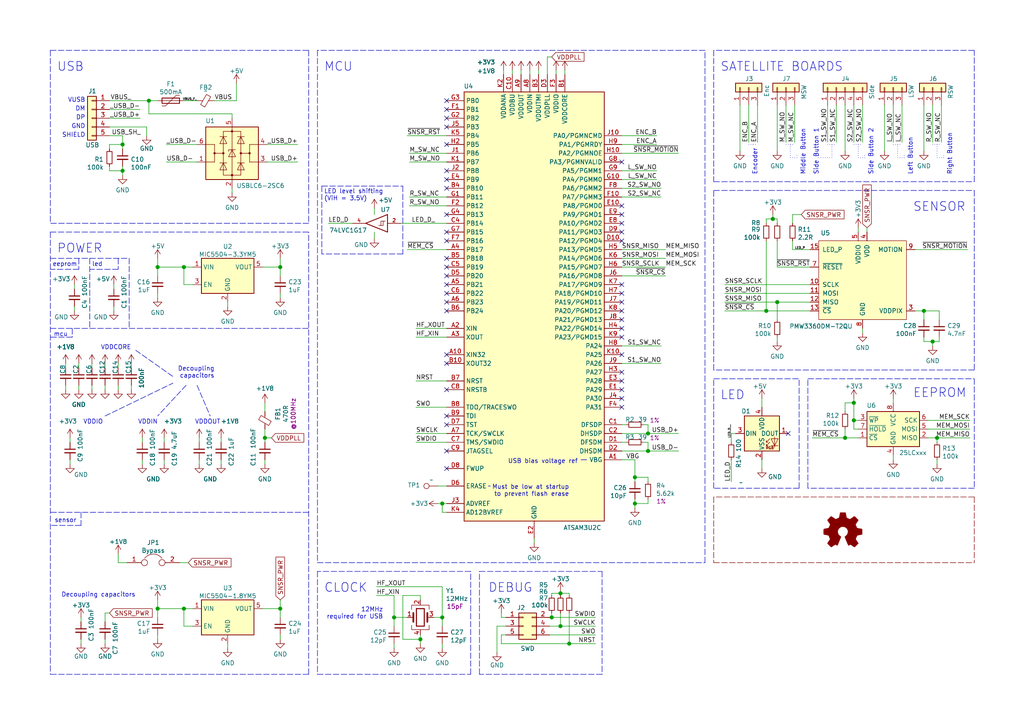
<source format=kicad_sch>
(kicad_sch (version 20210406) (generator eeschema)
  (paper "A4")
  (title_block (title "sammy") (date "2021-04-10") (rev "r0.1") (company "openinput                                        https://github.com/openinput-fw/sammy") (comment 2 "This source describes Open Hardware and is licensed under the CERN-OHL-Pv2") (comment 4 "Copyright (c) Rafael Silva <perigoso@riseup.net>"))
  (junction (at 35.56 41.91) (diameter 1.016))
  (junction (at 35.56 49.53) (diameter 1.016))
  (junction (at 43.18 29.21) (diameter 1.016))
  (junction (at 45.72 77.47) (diameter 1.016))
  (junction (at 45.72 176.53) (diameter 1.016))
  (junction (at 53.34 77.47) (diameter 1.016))
  (junction (at 53.34 176.53) (diameter 1.016))
  (junction (at 76.835 127) (diameter 1.016))
  (junction (at 81.28 77.47) (diameter 1.016))
  (junction (at 81.28 176.53) (diameter 1.016))
  (junction (at 114.3 179.07) (diameter 1.016))
  (junction (at 121.92 185.42) (diameter 1.016))
  (junction (at 128.27 146.05) (diameter 1.016))
  (junction (at 128.27 179.07) (diameter 1.016))
  (junction (at 160.02 179.07) (diameter 1.016))
  (junction (at 162.56 172.085) (diameter 1.016))
  (junction (at 162.56 181.61) (diameter 1.016))
  (junction (at 165.1 186.69) (diameter 1.016))
  (junction (at 184.15 138.43) (diameter 1.016))
  (junction (at 184.15 146.05) (diameter 1.016))
  (junction (at 187.96 125.73) (diameter 1.016))
  (junction (at 187.96 130.81) (diameter 1.016))
  (junction (at 222.25 90.17) (diameter 1.016))
  (junction (at 224.155 63.5) (diameter 1.016))
  (junction (at 225.425 87.63) (diameter 1.016))
  (junction (at 245.11 127) (diameter 1.016))
  (junction (at 247.65 116.84) (diameter 1.016))
  (junction (at 247.65 121.92) (diameter 1.016))
  (junction (at 267.97 90.17) (diameter 1.016))
  (junction (at 270.51 99.06) (diameter 1.016))
  (junction (at 271.78 127) (diameter 1.016))
  (no_connect (at 129.54 29.21))
  (no_connect (at 129.54 31.75))
  (no_connect (at 129.54 34.29))
  (no_connect (at 129.54 36.83))
  (no_connect (at 129.54 41.91))
  (no_connect (at 129.54 49.53))
  (no_connect (at 129.54 52.07))
  (no_connect (at 129.54 54.61))
  (no_connect (at 129.54 62.23))
  (no_connect (at 129.54 67.31))
  (no_connect (at 129.54 69.85))
  (no_connect (at 129.54 74.93))
  (no_connect (at 129.54 77.47))
  (no_connect (at 129.54 80.01))
  (no_connect (at 129.54 82.55))
  (no_connect (at 129.54 85.09))
  (no_connect (at 129.54 87.63))
  (no_connect (at 129.54 90.17))
  (no_connect (at 129.54 102.87))
  (no_connect (at 129.54 105.41))
  (no_connect (at 129.54 113.03))
  (no_connect (at 129.54 120.65))
  (no_connect (at 129.54 123.19))
  (no_connect (at 129.54 130.81))
  (no_connect (at 129.54 135.89))
  (no_connect (at 180.34 46.99))
  (no_connect (at 180.34 59.69))
  (no_connect (at 180.34 62.23))
  (no_connect (at 180.34 64.77))
  (no_connect (at 180.34 67.31))
  (no_connect (at 180.34 69.85))
  (no_connect (at 180.34 82.55))
  (no_connect (at 180.34 85.09))
  (no_connect (at 180.34 87.63))
  (no_connect (at 180.34 90.17))
  (no_connect (at 180.34 92.71))
  (no_connect (at 180.34 95.25))
  (no_connect (at 180.34 97.79))
  (no_connect (at 180.34 102.87))
  (no_connect (at 180.34 107.95))
  (no_connect (at 180.34 110.49))
  (no_connect (at 180.34 113.03))
  (no_connect (at 180.34 115.57))
  (no_connect (at 180.34 118.11))
  (no_connect (at 228.6 125.73))
  (wire (pts (xy 19.05 105.41) (xy 19.05 106.68)))
  (wire (pts (xy 19.05 111.76) (xy 19.05 113.03)))
  (wire (pts (xy 20.32 127) (xy 20.32 128.27)))
  (wire (pts (xy 20.32 133.35) (xy 20.32 134.62)))
  (wire (pts (xy 21.59 82.55) (xy 21.59 83.82)))
  (wire (pts (xy 21.59 88.9) (xy 21.59 90.17)))
  (wire (pts (xy 22.86 105.41) (xy 22.86 106.68)))
  (wire (pts (xy 22.86 111.76) (xy 22.86 113.03)))
  (wire (pts (xy 23.495 179.07) (xy 23.495 180.34)))
  (wire (pts (xy 23.495 185.42) (xy 23.495 186.69)))
  (wire (pts (xy 26.67 105.41) (xy 26.67 106.68)))
  (wire (pts (xy 26.67 111.76) (xy 26.67 113.03)))
  (wire (pts (xy 30.48 105.41) (xy 30.48 106.68)))
  (wire (pts (xy 30.48 111.76) (xy 30.48 113.03)))
  (wire (pts (xy 30.48 177.8) (xy 30.48 180.34)))
  (wire (pts (xy 30.48 177.8) (xy 31.75 177.8)))
  (wire (pts (xy 30.48 185.42) (xy 30.48 186.69)))
  (wire (pts (xy 31.75 29.21) (xy 43.18 29.21)))
  (wire (pts (xy 31.75 31.75) (xy 40.64 31.75)))
  (wire (pts (xy 31.75 34.29) (xy 40.64 34.29)))
  (wire (pts (xy 31.75 36.83) (xy 42.545 36.83)))
  (wire (pts (xy 31.75 39.37) (xy 35.56 39.37)))
  (wire (pts (xy 31.75 41.91) (xy 31.75 43.18)))
  (wire (pts (xy 31.75 41.91) (xy 35.56 41.91)))
  (wire (pts (xy 31.75 48.26) (xy 31.75 49.53)))
  (wire (pts (xy 31.75 49.53) (xy 35.56 49.53)))
  (wire (pts (xy 33.02 82.55) (xy 33.02 83.82)))
  (wire (pts (xy 33.02 88.9) (xy 33.02 90.17)))
  (wire (pts (xy 34.29 105.41) (xy 34.29 106.68)))
  (wire (pts (xy 34.29 111.76) (xy 34.29 113.03)))
  (wire (pts (xy 34.29 163.195) (xy 34.29 160.655)))
  (wire (pts (xy 35.56 39.37) (xy 35.56 41.91)))
  (wire (pts (xy 35.56 43.18) (xy 35.56 41.91)))
  (wire (pts (xy 35.56 49.53) (xy 35.56 48.26)))
  (wire (pts (xy 35.56 49.53) (xy 35.56 50.8)))
  (wire (pts (xy 36.83 163.195) (xy 34.29 163.195)))
  (wire (pts (xy 38.1 105.41) (xy 38.1 106.68)))
  (wire (pts (xy 38.1 111.76) (xy 38.1 113.03)))
  (wire (pts (xy 41.275 127) (xy 41.275 128.27)))
  (wire (pts (xy 41.275 133.35) (xy 41.275 134.62)))
  (wire (pts (xy 42.545 36.83) (xy 42.545 39.37)))
  (wire (pts (xy 43.18 29.21) (xy 45.72 29.21)))
  (wire (pts (xy 43.18 33.02) (xy 43.18 29.21)))
  (wire (pts (xy 45.72 74.93) (xy 45.72 77.47)))
  (wire (pts (xy 45.72 77.47) (xy 45.72 80.01)))
  (wire (pts (xy 45.72 85.09) (xy 45.72 86.36)))
  (wire (pts (xy 45.72 173.99) (xy 45.72 176.53)))
  (wire (pts (xy 45.72 176.53) (xy 45.72 179.07)))
  (wire (pts (xy 45.72 184.15) (xy 45.72 185.42)))
  (wire (pts (xy 47.625 127) (xy 47.625 128.27)))
  (wire (pts (xy 47.625 133.35) (xy 47.625 134.62)))
  (wire (pts (xy 48.26 46.99) (xy 57.15 46.99)))
  (wire (pts (xy 52.07 163.195) (xy 54.61 163.195)))
  (wire (pts (xy 53.34 29.21) (xy 57.15 29.21)))
  (wire (pts (xy 53.34 77.47) (xy 45.72 77.47)))
  (wire (pts (xy 53.34 77.47) (xy 55.88 77.47)))
  (wire (pts (xy 53.34 82.55) (xy 53.34 77.47)))
  (wire (pts (xy 53.34 82.55) (xy 55.88 82.55)))
  (wire (pts (xy 53.34 176.53) (xy 45.72 176.53)))
  (wire (pts (xy 53.34 176.53) (xy 55.88 176.53)))
  (wire (pts (xy 53.34 181.61) (xy 53.34 176.53)))
  (wire (pts (xy 53.34 181.61) (xy 55.88 181.61)))
  (wire (pts (xy 57.15 41.91) (xy 48.26 41.91)))
  (wire (pts (xy 57.785 127) (xy 57.785 128.27)))
  (wire (pts (xy 57.785 133.35) (xy 57.785 134.62)))
  (wire (pts (xy 62.23 29.21) (xy 68.58 29.21)))
  (wire (pts (xy 64.135 127) (xy 64.135 128.27)))
  (wire (pts (xy 64.135 133.35) (xy 64.135 134.62)))
  (wire (pts (xy 66.04 87.63) (xy 66.04 88.9)))
  (wire (pts (xy 66.04 186.69) (xy 66.04 187.96)))
  (wire (pts (xy 67.31 33.02) (xy 43.18 33.02)))
  (wire (pts (xy 67.31 34.29) (xy 67.31 33.02)))
  (wire (pts (xy 67.31 54.61) (xy 67.31 55.88)))
  (wire (pts (xy 68.58 24.13) (xy 68.58 29.21)))
  (wire (pts (xy 76.835 119.38) (xy 76.835 116.84)))
  (wire (pts (xy 76.835 124.46) (xy 76.835 127)))
  (wire (pts (xy 76.835 127) (xy 76.835 128.27)))
  (wire (pts (xy 76.835 127) (xy 78.74 127)))
  (wire (pts (xy 76.835 133.35) (xy 76.835 134.62)))
  (wire (pts (xy 77.47 41.91) (xy 86.36 41.91)))
  (wire (pts (xy 77.47 46.99) (xy 86.36 46.99)))
  (wire (pts (xy 81.28 74.93) (xy 81.28 77.47)))
  (wire (pts (xy 81.28 77.47) (xy 76.2 77.47)))
  (wire (pts (xy 81.28 80.01) (xy 81.28 77.47)))
  (wire (pts (xy 81.28 85.09) (xy 81.28 86.36)))
  (wire (pts (xy 81.28 173.99) (xy 81.28 176.53)))
  (wire (pts (xy 81.28 176.53) (xy 76.2 176.53)))
  (wire (pts (xy 81.28 179.07) (xy 81.28 176.53)))
  (wire (pts (xy 81.28 184.15) (xy 81.28 185.42)))
  (wire (pts (xy 102.235 64.77) (xy 95.25 64.77)))
  (wire (pts (xy 108.585 60.325) (xy 108.585 62.23)))
  (wire (pts (xy 108.585 67.31) (xy 108.585 69.215)))
  (wire (pts (xy 109.22 170.18) (xy 128.27 170.18)))
  (wire (pts (xy 109.22 172.72) (xy 114.3 172.72)))
  (wire (pts (xy 114.3 172.72) (xy 114.3 179.07)))
  (wire (pts (xy 114.3 179.07) (xy 114.3 181.61)))
  (wire (pts (xy 114.3 179.07) (xy 118.11 179.07)))
  (wire (pts (xy 114.3 186.69) (xy 114.3 187.96)))
  (wire (pts (xy 116.205 64.77) (xy 129.54 64.77)))
  (wire (pts (xy 116.84 172.72) (xy 121.92 172.72)))
  (wire (pts (xy 116.84 185.42) (xy 116.84 172.72)))
  (wire (pts (xy 118.11 39.37) (xy 129.54 39.37)))
  (wire (pts (xy 118.11 72.39) (xy 129.54 72.39)))
  (wire (pts (xy 118.745 46.99) (xy 129.54 46.99)))
  (wire (pts (xy 118.745 57.15) (xy 129.54 57.15)))
  (wire (pts (xy 118.745 59.69) (xy 129.54 59.69)))
  (wire (pts (xy 120.65 95.25) (xy 129.54 95.25)))
  (wire (pts (xy 120.65 97.79) (xy 129.54 97.79)))
  (wire (pts (xy 120.65 110.49) (xy 129.54 110.49)))
  (wire (pts (xy 120.65 118.11) (xy 129.54 118.11)))
  (wire (pts (xy 120.65 125.73) (xy 129.54 125.73)))
  (wire (pts (xy 120.65 128.27) (xy 129.54 128.27)))
  (wire (pts (xy 121.92 172.72) (xy 121.92 173.99)))
  (wire (pts (xy 121.92 184.15) (xy 121.92 185.42)))
  (wire (pts (xy 121.92 185.42) (xy 116.84 185.42)))
  (wire (pts (xy 121.92 185.42) (xy 121.92 186.69)))
  (wire (pts (xy 125.73 179.07) (xy 128.27 179.07)))
  (wire (pts (xy 127 140.97) (xy 129.54 140.97)))
  (wire (pts (xy 127 146.05) (xy 128.27 146.05)))
  (wire (pts (xy 128.27 146.05) (xy 129.54 146.05)))
  (wire (pts (xy 128.27 148.59) (xy 128.27 146.05)))
  (wire (pts (xy 128.27 179.07) (xy 128.27 170.18)))
  (wire (pts (xy 128.27 179.07) (xy 128.27 181.61)))
  (wire (pts (xy 128.27 186.69) (xy 128.27 187.96)))
  (wire (pts (xy 129.54 44.45) (xy 118.745 44.45)))
  (wire (pts (xy 129.54 148.59) (xy 128.27 148.59)))
  (wire (pts (xy 144.145 181.61) (xy 144.145 189.23)))
  (wire (pts (xy 144.145 181.61) (xy 146.685 181.61)))
  (wire (pts (xy 145.415 177.8) (xy 145.415 179.07)))
  (wire (pts (xy 145.415 179.07) (xy 146.685 179.07)))
  (wire (pts (xy 145.415 184.15) (xy 146.685 184.15)))
  (wire (pts (xy 145.415 186.69) (xy 145.415 184.15)))
  (wire (pts (xy 145.415 186.69) (xy 165.1 186.69)))
  (wire (pts (xy 146.05 20.32) (xy 146.05 21.59)))
  (wire (pts (xy 148.59 20.32) (xy 148.59 21.59)))
  (wire (pts (xy 151.13 20.32) (xy 151.13 21.59)))
  (wire (pts (xy 153.67 20.32) (xy 153.67 21.59)))
  (wire (pts (xy 154.94 157.48) (xy 154.94 156.21)))
  (wire (pts (xy 156.21 20.32) (xy 156.21 21.59)))
  (wire (pts (xy 158.75 16.51) (xy 158.75 21.59)))
  (wire (pts (xy 160.02 16.51) (xy 158.75 16.51)))
  (wire (pts (xy 160.02 172.085) (xy 162.56 172.085)))
  (wire (pts (xy 160.02 172.72) (xy 160.02 172.085)))
  (wire (pts (xy 160.02 177.8) (xy 160.02 179.07)))
  (wire (pts (xy 160.02 179.07) (xy 159.385 179.07)))
  (wire (pts (xy 160.02 179.07) (xy 172.72 179.07)))
  (wire (pts (xy 161.29 20.32) (xy 161.29 21.59)))
  (wire (pts (xy 162.56 171.45) (xy 162.56 172.085)))
  (wire (pts (xy 162.56 172.085) (xy 162.56 172.72)))
  (wire (pts (xy 162.56 172.085) (xy 165.1 172.085)))
  (wire (pts (xy 162.56 177.8) (xy 162.56 181.61)))
  (wire (pts (xy 162.56 181.61) (xy 159.385 181.61)))
  (wire (pts (xy 162.56 181.61) (xy 172.72 181.61)))
  (wire (pts (xy 163.83 20.32) (xy 163.83 21.59)))
  (wire (pts (xy 165.1 172.085) (xy 165.1 172.72)))
  (wire (pts (xy 165.1 177.8) (xy 165.1 186.69)))
  (wire (pts (xy 165.1 186.69) (xy 172.72 186.69)))
  (wire (pts (xy 172.72 184.15) (xy 159.385 184.15)))
  (wire (pts (xy 180.34 39.37) (xy 190.5 39.37)))
  (wire (pts (xy 180.34 41.91) (xy 190.5 41.91)))
  (wire (pts (xy 180.34 44.45) (xy 196.85 44.45)))
  (wire (pts (xy 180.34 49.53) (xy 190.5 49.53)))
  (wire (pts (xy 180.34 52.07) (xy 190.5 52.07)))
  (wire (pts (xy 180.34 54.61) (xy 191.77 54.61)))
  (wire (pts (xy 180.34 57.15) (xy 191.77 57.15)))
  (wire (pts (xy 180.34 72.39) (xy 193.04 72.39)))
  (wire (pts (xy 180.34 74.93) (xy 193.04 74.93)))
  (wire (pts (xy 180.34 77.47) (xy 193.04 77.47)))
  (wire (pts (xy 180.34 100.33) (xy 191.77 100.33)))
  (wire (pts (xy 180.34 105.41) (xy 191.77 105.41)))
  (wire (pts (xy 180.34 125.73) (xy 187.96 125.73)))
  (wire (pts (xy 180.34 133.35) (xy 184.15 133.35)))
  (wire (pts (xy 181.61 123.19) (xy 180.34 123.19)))
  (wire (pts (xy 181.61 128.27) (xy 180.34 128.27)))
  (wire (pts (xy 184.15 133.35) (xy 184.15 138.43)))
  (wire (pts (xy 184.15 138.43) (xy 184.15 139.7)))
  (wire (pts (xy 184.15 138.43) (xy 187.96 138.43)))
  (wire (pts (xy 184.15 146.05) (xy 184.15 144.78)))
  (wire (pts (xy 184.15 146.05) (xy 184.15 147.32)))
  (wire (pts (xy 186.69 123.19) (xy 187.96 123.19)))
  (wire (pts (xy 186.69 128.27) (xy 187.96 128.27)))
  (wire (pts (xy 187.96 123.19) (xy 187.96 125.73)))
  (wire (pts (xy 187.96 125.73) (xy 196.85 125.73)))
  (wire (pts (xy 187.96 128.27) (xy 187.96 130.81)))
  (wire (pts (xy 187.96 130.81) (xy 180.34 130.81)))
  (wire (pts (xy 187.96 138.43) (xy 187.96 139.7)))
  (wire (pts (xy 187.96 144.78) (xy 187.96 146.05)))
  (wire (pts (xy 187.96 146.05) (xy 184.15 146.05)))
  (wire (pts (xy 193.04 80.01) (xy 180.34 80.01)))
  (wire (pts (xy 196.85 130.81) (xy 187.96 130.81)))
  (wire (pts (xy 210.185 82.55) (xy 234.95 82.55)))
  (wire (pts (xy 210.185 85.09) (xy 234.95 85.09)))
  (wire (pts (xy 210.185 87.63) (xy 225.425 87.63)))
  (wire (pts (xy 210.185 90.17) (xy 222.25 90.17)))
  (wire (pts (xy 212.09 125.73) (xy 212.09 128.27)))
  (wire (pts (xy 212.09 125.73) (xy 213.36 125.73)))
  (wire (pts (xy 212.09 133.35) (xy 212.09 139.7)))
  (wire (pts (xy 214.63 30.48) (xy 214.63 43.815)))
  (wire (pts (xy 217.17 41.275) (xy 217.17 30.48)))
  (wire (pts (xy 219.71 41.275) (xy 219.71 30.48)))
  (wire (pts (xy 220.98 115.57) (xy 220.98 118.11)))
  (wire (pts (xy 220.98 133.35) (xy 220.98 135.89)))
  (wire (pts (xy 222.25 63.5) (xy 224.155 63.5)))
  (wire (pts (xy 222.25 64.77) (xy 222.25 63.5)))
  (wire (pts (xy 222.25 69.85) (xy 222.25 90.17)))
  (wire (pts (xy 222.25 90.17) (xy 234.95 90.17)))
  (wire (pts (xy 224.155 63.5) (xy 224.155 62.23)))
  (wire (pts (xy 225.425 30.48) (xy 225.425 43.815)))
  (wire (pts (xy 225.425 63.5) (xy 224.155 63.5)))
  (wire (pts (xy 225.425 64.77) (xy 225.425 63.5)))
  (wire (pts (xy 225.425 69.85) (xy 225.425 77.47)))
  (wire (pts (xy 225.425 77.47) (xy 234.95 77.47)))
  (wire (pts (xy 225.425 87.63) (xy 225.425 92.71)))
  (wire (pts (xy 225.425 87.63) (xy 234.95 87.63)))
  (wire (pts (xy 225.425 97.79) (xy 225.425 99.06)))
  (wire (pts (xy 227.965 41.275) (xy 227.965 30.48)))
  (wire (pts (xy 229.87 62.23) (xy 229.87 64.77)))
  (wire (pts (xy 229.87 72.39) (xy 229.87 69.85)))
  (wire (pts (xy 230.505 41.275) (xy 230.505 30.48)))
  (wire (pts (xy 232.41 62.23) (xy 229.87 62.23)))
  (wire (pts (xy 234.95 72.39) (xy 229.87 72.39)))
  (wire (pts (xy 235.585 127) (xy 245.11 127)))
  (wire (pts (xy 240.03 41.275) (xy 240.03 30.48)))
  (wire (pts (xy 242.57 41.275) (xy 242.57 30.48)))
  (wire (pts (xy 245.11 30.48) (xy 245.11 43.815)))
  (wire (pts (xy 245.11 116.84) (xy 247.65 116.84)))
  (wire (pts (xy 245.11 119.38) (xy 245.11 116.84)))
  (wire (pts (xy 245.11 124.46) (xy 245.11 127)))
  (wire (pts (xy 245.11 127) (xy 248.92 127)))
  (wire (pts (xy 247.65 41.275) (xy 247.65 30.48)))
  (wire (pts (xy 247.65 115.57) (xy 247.65 116.84)))
  (wire (pts (xy 247.65 116.84) (xy 247.65 121.92)))
  (wire (pts (xy 247.65 121.92) (xy 248.92 121.92)))
  (wire (pts (xy 247.65 124.46) (xy 247.65 121.92)))
  (wire (pts (xy 248.92 66.04) (xy 248.92 67.31)))
  (wire (pts (xy 248.92 124.46) (xy 247.65 124.46)))
  (wire (pts (xy 250.19 41.275) (xy 250.19 30.48)))
  (wire (pts (xy 250.19 95.25) (xy 250.19 96.52)))
  (wire (pts (xy 251.46 66.04) (xy 251.46 67.31)))
  (wire (pts (xy 256.54 30.48) (xy 256.54 43.815)))
  (wire (pts (xy 259.08 41.275) (xy 259.08 30.48)))
  (wire (pts (xy 259.08 115.57) (xy 259.08 116.84)))
  (wire (pts (xy 259.08 132.08) (xy 259.08 133.35)))
  (wire (pts (xy 261.62 41.275) (xy 261.62 30.48)))
  (wire (pts (xy 265.43 72.39) (xy 280.67 72.39)))
  (wire (pts (xy 267.97 30.48) (xy 267.97 43.815)))
  (wire (pts (xy 267.97 90.17) (xy 265.43 90.17)))
  (wire (pts (xy 267.97 92.71) (xy 267.97 90.17)))
  (wire (pts (xy 267.97 99.06) (xy 267.97 97.79)))
  (wire (pts (xy 269.24 121.92) (xy 281.305 121.92)))
  (wire (pts (xy 269.24 124.46) (xy 281.305 124.46)))
  (wire (pts (xy 269.24 127) (xy 271.78 127)))
  (wire (pts (xy 270.51 41.275) (xy 270.51 30.48)))
  (wire (pts (xy 270.51 99.06) (xy 267.97 99.06)))
  (wire (pts (xy 270.51 99.06) (xy 270.51 100.33)))
  (wire (pts (xy 270.51 99.06) (xy 272.415 99.06)))
  (wire (pts (xy 271.78 127) (xy 271.78 128.27)))
  (wire (pts (xy 271.78 127) (xy 281.305 127)))
  (wire (pts (xy 271.78 133.35) (xy 271.78 134.62)))
  (wire (pts (xy 272.415 90.17) (xy 267.97 90.17)))
  (wire (pts (xy 272.415 92.71) (xy 272.415 90.17)))
  (wire (pts (xy 272.415 97.79) (xy 272.415 99.06)))
  (wire (pts (xy 273.05 41.275) (xy 273.05 30.48)))
  (polyline (pts (xy 14.605 14.605) (xy 14.605 64.77)) (stroke (width 0) (type dash)))
  (polyline (pts (xy 14.605 14.605) (xy 89.535 14.605)) (stroke (width 0) (type dash)))
  (polyline (pts (xy 14.605 67.31) (xy 14.605 195.58)) (stroke (width 0) (type dash)))
  (polyline (pts (xy 14.605 67.31) (xy 89.535 67.31)) (stroke (width 0) (type dash)))
  (polyline (pts (xy 14.605 74.93) (xy 26.035 74.93)) (stroke (width 0) (type dash)))
  (polyline (pts (xy 14.605 95.25) (xy 89.535 95.25)) (stroke (width 0) (type dash)))
  (polyline (pts (xy 20.955 95.25) (xy 20.955 97.79)) (stroke (width 0) (type dash)))
  (polyline (pts (xy 20.955 97.79) (xy 14.605 97.79)) (stroke (width 0) (type dash)))
  (polyline (pts (xy 22.86 74.93) (xy 22.86 78.105)) (stroke (width 0) (type dash)))
  (polyline (pts (xy 22.86 78.105) (xy 14.605 78.105)) (stroke (width 0) (type dash)))
  (polyline (pts (xy 23.495 148.59) (xy 23.495 152.4)) (stroke (width 0) (type dash)))
  (polyline (pts (xy 23.495 152.4) (xy 14.605 152.4)) (stroke (width 0) (type dash)))
  (polyline (pts (xy 26.035 74.93) (xy 26.035 95.25)) (stroke (width 0) (type dash)))
  (polyline (pts (xy 26.035 74.93) (xy 37.465 74.93)) (stroke (width 0) (type dash)))
  (polyline (pts (xy 30.48 120.65) (xy 50.165 111.125)) (stroke (width 0) (type dash)))
  (polyline (pts (xy 34.29 74.93) (xy 34.29 78.105)) (stroke (width 0) (type dash)))
  (polyline (pts (xy 34.29 78.105) (xy 26.035 78.105)) (stroke (width 0) (type dash)))
  (polyline (pts (xy 37.465 74.93) (xy 37.465 95.25)) (stroke (width 0) (type dash)))
  (polyline (pts (xy 39.37 101.6) (xy 50.165 109.22)) (stroke (width 0) (type dash)))
  (polyline (pts (xy 53.975 111.76) (xy 45.72 120.65)) (stroke (width 0) (type dash)))
  (polyline (pts (xy 57.15 111.76) (xy 60.96 120.65)) (stroke (width 0) (type dash)))
  (polyline (pts (xy 89.535 14.605) (xy 89.535 64.77)) (stroke (width 0) (type dash)))
  (polyline (pts (xy 89.535 64.77) (xy 14.605 64.77)) (stroke (width 0) (type dash)))
  (polyline (pts (xy 89.535 148.59) (xy 14.605 148.59)) (stroke (width 0) (type dash)))
  (polyline (pts (xy 89.535 195.58) (xy 14.605 195.58)) (stroke (width 0) (type dash)))
  (polyline (pts (xy 89.535 195.58) (xy 89.535 67.31)) (stroke (width 0) (type dash)))
  (polyline (pts (xy 92.075 14.605) (xy 92.075 163.195)) (stroke (width 0) (type dash)))
  (polyline (pts (xy 92.075 163.195) (xy 204.47 163.195)) (stroke (width 0) (type dash)))
  (polyline (pts (xy 92.075 165.735) (xy 92.075 195.58)) (stroke (width 0) (type dash)))
  (polyline (pts (xy 92.075 195.58) (xy 136.525 195.58)) (stroke (width 0) (type dash)))
  (polyline (pts (xy 93.345 53.975) (xy 93.345 73.66)) (stroke (width 0) (type dash)))
  (polyline (pts (xy 93.345 53.975) (xy 116.84 53.975)) (stroke (width 0) (type dash)))
  (polyline (pts (xy 116.84 53.975) (xy 116.84 73.66)) (stroke (width 0) (type dash)))
  (polyline (pts (xy 116.84 73.66) (xy 93.345 73.66)) (stroke (width 0) (type dash)))
  (polyline (pts (xy 136.525 165.735) (xy 92.075 165.735)) (stroke (width 0) (type dash)))
  (polyline (pts (xy 136.525 195.58) (xy 136.525 165.735)) (stroke (width 0) (type dash)))
  (polyline (pts (xy 139.065 165.735) (xy 174.625 165.735)) (stroke (width 0) (type dash)))
  (polyline (pts (xy 139.065 195.58) (xy 139.065 165.735)) (stroke (width 0) (type dash)))
  (polyline (pts (xy 141.605 140.97) (xy 142.24 140.97)) (stroke (width 0) (type dash)))
  (polyline (pts (xy 170.18 133.35) (xy 168.275 133.35)) (stroke (width 0) (type dash)))
  (polyline (pts (xy 174.625 165.735) (xy 174.625 195.58)) (stroke (width 0) (type dash)))
  (polyline (pts (xy 174.625 195.58) (xy 139.065 195.58)) (stroke (width 0) (type dash)))
  (polyline (pts (xy 204.47 14.605) (xy 92.075 14.605)) (stroke (width 0) (type dash)))
  (polyline (pts (xy 204.47 163.195) (xy 204.47 14.605)) (stroke (width 0) (type dash)))
  (polyline (pts (xy 207.01 14.605) (xy 207.01 52.705)) (stroke (width 0) (type dash)))
  (polyline (pts (xy 207.01 52.705) (xy 282.575 52.705)) (stroke (width 0) (type dash)))
  (polyline (pts (xy 207.01 55.245) (xy 282.575 55.245)) (stroke (width 0) (type dash)))
  (polyline (pts (xy 207.01 107.315) (xy 207.01 55.245)) (stroke (width 0) (type dash)))
  (polyline (pts (xy 207.01 109.855) (xy 231.775 109.855)) (stroke (width 0) (type dash)))
  (polyline (pts (xy 207.01 141.605) (xy 207.01 109.855)) (stroke (width 0) (type dash)))
  (polyline (pts (xy 207.01 144.145) (xy 207.01 163.195)) (stroke (width 0.1524) (type dash) (color 132 0 0 1)))
  (polyline (pts (xy 207.01 163.195) (xy 282.575 163.195)) (stroke (width 0.1524) (type dash) (color 132 0 0 1)))
  (polyline (pts (xy 217.17 41.91) (xy 219.71 41.91)) (stroke (width 0.1524) (type dot)))
  (polyline (pts (xy 218.44 41.91) (xy 218.44 42.545)) (stroke (width 0.1524) (type dot)))
  (polyline (pts (xy 227.965 41.91) (xy 230.505 41.91)) (stroke (width 0.1524) (type dot)))
  (polyline (pts (xy 229.235 41.91) (xy 229.235 45.72)) (stroke (width 0.1524) (type dot)))
  (polyline (pts (xy 229.235 45.72) (xy 231.14 45.72)) (stroke (width 0.1524) (type dot)))
  (polyline (pts (xy 231.14 45.085) (xy 231.14 46.355)) (stroke (width 0.1524) (type dot)))
  (polyline (pts (xy 231.775 141.605) (xy 207.01 141.605)) (stroke (width 0) (type dash)))
  (polyline (pts (xy 231.775 141.605) (xy 231.775 109.855)) (stroke (width 0) (type dash)))
  (polyline (pts (xy 234.315 109.855) (xy 282.575 109.855)) (stroke (width 0) (type dash)))
  (polyline (pts (xy 234.315 141.605) (xy 234.315 109.855)) (stroke (width 0) (type dash)))
  (polyline (pts (xy 237.49 45.085) (xy 237.49 46.355)) (stroke (width 0.1524) (type dot)))
  (polyline (pts (xy 240.03 41.91) (xy 242.57 41.91)) (stroke (width 0.1524) (type dot)))
  (polyline (pts (xy 241.3 41.91) (xy 241.3 45.72)) (stroke (width 0.1524) (type dot)))
  (polyline (pts (xy 241.3 45.72) (xy 237.49 45.72)) (stroke (width 0.1524) (type dot)))
  (polyline (pts (xy 247.65 41.91) (xy 250.19 41.91)) (stroke (width 0.1524) (type dot)))
  (polyline (pts (xy 248.92 41.91) (xy 248.92 45.72)) (stroke (width 0.1524) (type dot)))
  (polyline (pts (xy 248.92 45.72) (xy 250.825 45.72)) (stroke (width 0.1524) (type dot)))
  (polyline (pts (xy 250.825 45.085) (xy 250.825 46.355)) (stroke (width 0.1524) (type dot)))
  (polyline (pts (xy 259.08 41.91) (xy 261.62 41.91)) (stroke (width 0.1524) (type dot)))
  (polyline (pts (xy 260.35 41.91) (xy 260.35 45.72)) (stroke (width 0.1524) (type dot)))
  (polyline (pts (xy 260.35 45.72) (xy 262.255 45.72)) (stroke (width 0.1524) (type dot)))
  (polyline (pts (xy 262.255 45.085) (xy 262.255 46.355)) (stroke (width 0.1524) (type dot)))
  (polyline (pts (xy 270.51 41.91) (xy 273.05 41.91)) (stroke (width 0.1524) (type dot)))
  (polyline (pts (xy 271.78 41.91) (xy 271.78 45.72)) (stroke (width 0.1524) (type dot)))
  (polyline (pts (xy 271.78 45.72) (xy 273.685 45.72)) (stroke (width 0.1524) (type dot)))
  (polyline (pts (xy 273.685 45.085) (xy 273.685 46.355)) (stroke (width 0.1524) (type dot)))
  (polyline (pts (xy 282.575 14.605) (xy 207.01 14.605)) (stroke (width 0) (type dash)))
  (polyline (pts (xy 282.575 52.705) (xy 282.575 14.605)) (stroke (width 0) (type dash)))
  (polyline (pts (xy 282.575 55.245) (xy 282.575 107.315)) (stroke (width 0) (type dash)))
  (polyline (pts (xy 282.575 107.315) (xy 207.01 107.315)) (stroke (width 0) (type dash)))
  (polyline (pts (xy 282.575 109.855) (xy 282.575 141.605)) (stroke (width 0) (type dash)))
  (polyline (pts (xy 282.575 141.605) (xy 234.315 141.605)) (stroke (width 0) (type dash)))
  (polyline (pts (xy 282.575 144.145) (xy 207.01 144.145)) (stroke (width 0.1524) (type dash) (color 132 0 0 1)))
  (polyline (pts (xy 282.575 144.145) (xy 282.575 163.195)) (stroke (width 0.1524) (type dash) (color 132 0 0 1)))
  (text "eeprom" (at 15.24 77.47 0) (effects (font (size 1.27 1.27)) (justify left bottom)))
  (text "USB" (at 16.51 20.955 0) (effects (font (size 2.56 2.56)) (justify left bottom)))
  (text "POWER" (at 16.51 73.66 0) (effects (font (size 2.56 2.56)) (justify left bottom)))
  (text "Decoupling capacitors" (at 17.78 173.355 0) (effects (font (size 1.27 1.27)) (justify left bottom)))
  (text "mcu" (at 19.685 97.79 180) (effects (font (size 1.27 1.27)) (justify right bottom)))
  (text "sensor" (at 22.225 151.765 180) (effects (font (size 1.27 1.27)) (justify right bottom)))
  (text "VDDIO" (at 24.13 123.19 0) (effects (font (size 1.27 1.27)) (justify left bottom)))
  (text "VUSB" (at 24.765 29.845 180) (effects (font (size 1.27 1.27)) (justify right bottom)))
  (text "DM" (at 24.765 32.385 180) (effects (font (size 1.27 1.27)) (justify right bottom)))
  (text "DP" (at 24.765 34.925 180) (effects (font (size 1.27 1.27)) (justify right bottom)))
  (text "GND" (at 24.765 37.465 180) (effects (font (size 1.27 1.27)) (justify right bottom)))
  (text "SHIELD" (at 24.765 40.005 180) (effects (font (size 1.27 1.27)) (justify right bottom)))
  (text "led" (at 26.67 77.47 0) (effects (font (size 1.27 1.27)) (justify left bottom)))
  (text "VDDCORE" (at 29.21 101.6 0) (effects (font (size 1.27 1.27)) (justify left bottom)))
  (text "VDDIN" (at 40.005 123.19 0) (effects (font (size 1.27 1.27)) (justify left bottom)))
  (text "VDDOUT" (at 56.515 123.19 0) (effects (font (size 1.27 1.27)) (justify left bottom)))
  (text "Decoupling\ncapacitors" (at 62.23 109.855 180) (effects (font (size 1.27 1.27)) (justify right bottom)))
  (text "MCU" (at 93.98 20.955 0) (effects (font (size 2.56 2.56)) (justify left bottom)))
  (text "LED level shifting\n(ViH = 3.5V)" (at 93.98 58.42 0) (effects (font (size 1.27 1.27)) (justify left bottom)))
  (text "CLOCK\n" (at 93.98 172.085 0) (effects (font (size 2.56 2.56)) (justify left bottom)))
  (text "12MHz\nrequired for USB" (at 111.125 179.705 180) (effects (font (size 1.27 1.27)) (justify right bottom)))
  (text "DEBUG" (at 141.605 172.085 0) (effects (font (size 2.56 2.56)) (justify left bottom)))
  (text "Must be low at startup\nto prevent flash erase" (at 165.1 144.145 180) (effects (font (size 1.27 1.27)) (justify right bottom)))
  (text "USB bias voltage ref" (at 167.64 134.62 180) (effects (font (size 1.27 1.27)) (justify right bottom)))
  (text "SATELLITE BOARDS\n" (at 208.915 20.955 0) (effects (font (size 2.56 2.56)) (justify left bottom)))
  (text "LED" (at 208.915 116.205 0) (effects (font (size 2.56 2.56)) (justify left bottom)))
  (text "Encoder" (at 219.71 50.8 90) (effects (font (size 1.27 1.27)) (justify left bottom)))
  (text "Middle Button" (at 233.68 50.8 90) (effects (font (size 1.27 1.27)) (justify left bottom)))
  (text "Side Button 1" (at 237.49 50.8 90) (effects (font (size 1.27 1.27)) (justify left bottom)))
  (text "Side Button 2" (at 253.365 50.8 90) (effects (font (size 1.27 1.27)) (justify left bottom)))
  (text "Left Button" (at 264.795 50.8 90) (effects (font (size 1.27 1.27)) (justify left bottom)))
  (text "SENSOR\n" (at 264.795 61.595 0) (effects (font (size 2.56 2.56)) (justify left bottom)))
  (text "EEPROM\n" (at 264.795 115.57 0) (effects (font (size 2.56 2.56)) (justify left bottom)))
  (text "Right Button" (at 276.225 50.8 90) (effects (font (size 1.27 1.27)) (justify left bottom)))
  (label "USB_SH_" (at 32.385 39.37 0))
  (label "VBUS_" (at 38.1 29.21 180))
  (label "_USB_D-" (at 40.64 31.75 180))
  (label "_USB_D+" (at 40.64 34.29 180))
  (label "_USB_D-" (at 48.26 41.91 0))
  (label "USB_D-" (at 48.26 46.99 0))
  (label "VBUS_F_" (at 57.15 29.21 180) (effects (font (size 0.635 0.635))))
  (label "VBUS" (at 62.23 29.21 0))
  (label "_USB_D+" (at 86.36 41.91 180))
  (label "USB_D+" (at 86.36 46.99 180))
  (label "LED_D" (at 95.25 64.77 0))
  (label "HF_XOUT" (at 109.22 170.18 0))
  (label "HF_XIN" (at 109.22 172.72 0))
  (label "~SNSR_RST" (at 118.11 39.37 0))
  (label "~MEM_CS" (at 118.11 72.39 0))
  (label "M_SW_NC" (at 118.745 44.45 0))
  (label "M_SW_NO" (at 118.745 46.99 0))
  (label "R_SW_NC" (at 118.745 57.15 0))
  (label "R_SW_NO" (at 118.745 59.69 0))
  (label "LED_D_" (at 119.38 64.77 0))
  (label "HF_XOUT" (at 120.65 95.25 0))
  (label "HF_XIN" (at 120.65 97.79 0))
  (label "NRST" (at 120.65 110.49 0))
  (label "SWO" (at 120.65 118.11 0))
  (label "SWCLK" (at 120.65 125.73 0))
  (label "SWDIO" (at 120.65 128.27 0))
  (label "SWDIO" (at 172.72 179.07 180))
  (label "SWCLK" (at 172.72 181.61 180))
  (label "SWO" (at 172.72 184.15 180))
  (label "NRST" (at 172.72 186.69 180))
  (label "SNSR_MISO" (at 180.34 72.39 0))
  (label "SNSR_MOSI" (at 180.34 74.93 0))
  (label "SNSR_SCLK" (at 180.34 77.47 0))
  (label "VBG" (at 181.61 133.35 0))
  (label "ENC_B" (at 190.5 39.37 180))
  (label "ENC_A" (at 190.5 41.91 180))
  (label "L_SW_NO" (at 190.5 49.53 180))
  (label "L_SW_NC" (at 190.5 52.07 180))
  (label "S2_SW_NO" (at 191.77 54.61 180))
  (label "S2_SW_NC" (at 191.77 57.15 180))
  (label "S1_SW_NC" (at 191.77 100.33 180))
  (label "S1_SW_NO" (at 191.77 105.41 180))
  (label "MEM_MISO" (at 193.04 72.39 0))
  (label "MEM_MOSI" (at 193.04 74.93 0))
  (label "MEM_SCK" (at 193.04 77.47 0))
  (label "~SNSR_CS" (at 193.04 80.01 180))
  (label "~SNSR_MOTION" (at 196.85 44.45 180))
  (label "USB_D+" (at 196.85 125.73 180))
  (label "USB_D-" (at 196.85 130.81 180))
  (label "SNSR_SCLK" (at 210.185 82.55 0))
  (label "SNSR_MOSI" (at 210.185 85.09 0))
  (label "SNSR_MISO" (at 210.185 87.63 0))
  (label "~SNSR_CS" (at 210.185 90.17 0))
  (label "LED_D__" (at 212.09 127 90) (effects (font (size 0.635 0.635))))
  (label "LED_D" (at 212.09 139.7 90))
  (label "ENC_B" (at 217.17 41.275 90))
  (label "ENC_A" (at 219.71 41.275 90))
  (label "M_SW_NO" (at 227.965 41.275 90))
  (label "M_SW_NC" (at 230.505 41.275 90))
  (label "LED_P" (at 230.505 72.39 0) (effects (font (size 0.635 0.635))))
  (label "~SNSR_RST" (at 234.95 77.47 180))
  (label "~MEM_CS" (at 235.585 127 0))
  (label "S1_SW_NO" (at 240.03 41.275 90))
  (label "S1_SW_NC" (at 242.57 41.275 90))
  (label "S2_SW_NC" (at 247.65 41.275 90))
  (label "S2_SW_NO" (at 250.19 41.275 90))
  (label "L_SW_NO" (at 259.08 41.275 90))
  (label "L_SW_NC" (at 261.62 41.275 90))
  (label "R_SW_NO" (at 270.51 41.275 90))
  (label "R_SW_NC" (at 273.05 41.275 90))
  (label "~SNSR_MOTION" (at 280.67 72.39 180))
  (label "MEM_SCK" (at 281.305 121.92 180))
  (label "MEM_MOSI" (at 281.305 124.46 180))
  (label "MEM_MISO" (at 281.305 127 180))
  (global_label "SNSR_PWR" (shape input) (at 31.75 177.8 0) (property "Intersheet References" "${INTERSHEET_REFS}" (effects hide)))
  (global_label "SNSR_PWR" (shape input) (at 54.61 163.195 0) (property "Intersheet References" "${INTERSHEET_REFS}" (effects hide)))
  (global_label "VDDPLL" (shape input) (at 78.74 127 0) (property "Intersheet References" "${INTERSHEET_REFS}" (effects hide)))
  (global_label "SNSR_PWR" (shape input) (at 81.28 173.99 90) (property "Intersheet References" "${INTERSHEET_REFS}" (effects hide)))
  (global_label "VDDPLL" (shape input) (at 160.02 16.51 0) (property "Intersheet References" "${INTERSHEET_REFS}" (effects hide)))
  (global_label "SNSR_PWR" (shape input) (at 232.41 62.23 0) (property "Intersheet References" "${INTERSHEET_REFS}" (effects hide)))
  (global_label "SNSR_PWR" (shape input) (at 251.46 66.04 90) (property "Intersheet References" "${INTERSHEET_REFS}" (effects hide)))
  (symbol (lib_id "power:+1V8") (at 19.05 105.41 0) (unit 1)
    (property "Reference" "#PWR0106" (effects hide))
    (property "Value" "+1V8" (at 19.05 100.5926 0))
  )
  (symbol (lib_id "power:+3V3") (at 20.32 127 0) (unit 1)
    (property "Reference" "#PWR018" (effects hide))
    (property "Value" "+3V3" (at 19.685 122.1826 0))
  )
  (symbol (lib_id "power:+3V3") (at 21.59 82.55 0) (unit 1)
    (property "Reference" "#PWR08" (effects hide))
    (property "Value" "+3V3" (at 17.78 80.9076 0))
  )
  (symbol (lib_id "power:+1V8") (at 22.86 105.41 0) (unit 1)
    (property "Reference" "#PWR07" (effects hide))
    (property "Value" "+1V8" (at 19.05 100.5926 0))
  )
  (symbol (lib_id "power:+3V3") (at 23.495 179.07 0) (unit 1)
    (property "Reference" "#PWR05" (effects hide))
    (property "Value" "+3V3" (at 23.495 175.5226 0))
  )
  (symbol (lib_id "power:+1V8") (at 26.67 105.41 0) (unit 1)
    (property "Reference" "#PWR013" (effects hide))
    (property "Value" "+1V8" (at 19.05 100.5926 0))
  )
  (symbol (lib_id "power:+1V8") (at 30.48 105.41 0) (unit 1)
    (property "Reference" "#PWR016" (effects hide))
    (property "Value" "+1V8" (at 19.05 100.5926 0))
  )
  (symbol (lib_id "power:+5V") (at 33.02 82.55 0) (unit 1)
    (property "Reference" "#PWR02" (effects hide))
    (property "Value" "+5V" (at 29.845 80.9076 0))
  )
  (symbol (lib_id "power:+1V8") (at 34.29 105.41 0) (unit 1)
    (property "Reference" "#PWR025" (effects hide))
    (property "Value" "+1V8" (at 19.05 100.5926 0))
  )
  (symbol (lib_id "power:+1V8") (at 34.29 160.655 0) (unit 1)
    (property "Reference" "#PWR0105" (effects hide))
    (property "Value" "+1V8" (at 34.29 157.1076 0))
  )
  (symbol (lib_id "power:+1V8") (at 38.1 105.41 0) (unit 1)
    (property "Reference" "#PWR028" (effects hide))
    (property "Value" "+1V8" (at 19.05 100.5926 0))
  )
  (symbol (lib_id "power:+3V3") (at 41.275 127 0) (unit 1)
    (property "Reference" "#PWR036" (effects hide))
    (property "Value" "+3V3" (at 50.144 122.1719 0))
  )
  (symbol (lib_id "power:+5V") (at 45.72 74.93 0) (unit 1)
    (property "Reference" "#PWR031" (effects hide))
    (property "Value" "+5V" (at 45.72 71.3826 0))
  )
  (symbol (lib_id "power:+3V3") (at 45.72 173.99 0) (unit 1)
    (property "Reference" "#PWR033" (effects hide))
    (property "Value" "+3V3" (at 45.72 170.4426 0))
  )
  (symbol (lib_id "power:+3V3") (at 47.625 127 0) (unit 1)
    (property "Reference" "#PWR038" (effects hide))
    (property "Value" "+3V3" (at 50.165 122.1826 0))
  )
  (symbol (lib_id "power:+1V8") (at 57.785 127 0) (unit 1)
    (property "Reference" "#PWR0108" (effects hide))
    (property "Value" "+1V8" (at 66.675 122.1826 0))
  )
  (symbol (lib_id "power:+1V8") (at 64.135 127 0) (unit 1)
    (property "Reference" "#PWR0107" (effects hide))
    (property "Value" "+1V8" (at 66.675 122.1826 0))
  )
  (symbol (lib_id "power:+5V") (at 68.58 24.13 0) (unit 1)
    (property "Reference" "#PWR040" (effects hide))
    (property "Value" "+5V" (at 68.58 20.5826 0))
  )
  (symbol (lib_id "power:+1V8") (at 76.835 116.84 0) (unit 1)
    (property "Reference" "#PWR0104" (effects hide))
    (property "Value" "+1V8" (at 76.835 112.6576 0))
  )
  (symbol (lib_id "power:+3V3") (at 81.28 74.93 0) (unit 1)
    (property "Reference" "#PWR049" (effects hide))
    (property "Value" "+3V3" (at 81.28 71.3826 0))
  )
  (symbol (lib_id "power:+5V") (at 108.585 60.325 0) (unit 1)
    (property "Reference" "#PWR0103" (effects hide))
    (property "Value" "+5V" (at 111.76 58.0476 0))
  )
  (symbol (lib_id "power:+3V3") (at 127 146.05 90) (unit 1)
    (property "Reference" "#PWR061" (effects hide))
    (property "Value" "+3V3" (at 121.5476 146.05 90))
  )
  (symbol (lib_id "power:+3V3") (at 145.415 177.8 0) (unit 1)
    (property "Reference" "#PWR059" (effects hide))
    (property "Value" "+3V3" (at 145.415 174.2526 0))
  )
  (symbol (lib_id "power:+3V3") (at 146.05 20.32 0) (unit 1)
    (property "Reference" "#PWR0112" (effects hide))
    (property "Value" "+3V3" (at 140.97 18.0426 0))
  )
  (symbol (lib_id "power:+3V3") (at 148.59 20.32 0) (unit 1)
    (property "Reference" "#PWR0115" (effects hide))
    (property "Value" "+3V3" (at 140.97 18.0426 0))
  )
  (symbol (lib_id "power:+1V8") (at 151.13 20.32 0) (unit 1)
    (property "Reference" "#PWR0111" (effects hide))
    (property "Value" "+1V8" (at 140.97 20.5826 0))
  )
  (symbol (lib_id "power:+3V3") (at 153.67 20.32 0) (unit 1)
    (property "Reference" "#PWR0114" (effects hide))
    (property "Value" "+3V3" (at 140.97 18.0426 0))
  )
  (symbol (lib_id "power:+3V3") (at 156.21 20.32 0) (unit 1)
    (property "Reference" "#PWR0113" (effects hide))
    (property "Value" "+3V3" (at 140.97 18.0426 0))
  )
  (symbol (lib_id "power:+3V3") (at 161.29 20.32 0) (unit 1)
    (property "Reference" "#PWR0110" (effects hide))
    (property "Value" "+3V3" (at 140.97 18.0426 0))
  )
  (symbol (lib_id "power:+3V3") (at 162.56 171.45 0) (unit 1)
    (property "Reference" "#PWR064" (effects hide))
    (property "Value" "+3V3" (at 162.56 167.9026 0))
  )
  (symbol (lib_id "power:+1V8") (at 163.83 20.32 0) (unit 1)
    (property "Reference" "#PWR0109" (effects hide))
    (property "Value" "+1V8" (at 140.97 20.5826 0))
  )
  (symbol (lib_id "power:+5V") (at 220.98 115.57 0) (unit 1)
    (property "Reference" "#PWR04" (effects hide))
    (property "Value" "+5V" (at 220.345 112.0226 0))
  )
  (symbol (lib_id "power:+3V3") (at 224.155 62.23 0) (unit 1)
    (property "Reference" "#PWR069" (effects hide))
    (property "Value" "+3V3" (at 224.155 58.6826 0))
  )
  (symbol (lib_id "power:+3V3") (at 247.65 115.57 0) (unit 1)
    (property "Reference" "#PWR073" (effects hide))
    (property "Value" "+3V3" (at 247.65 112.0226 0))
  )
  (symbol (lib_id "power:+3V3") (at 248.92 66.04 0) (unit 1)
    (property "Reference" "#PWR074" (effects hide))
    (property "Value" "+3V3" (at 248.92 60.5876 90))
  )
  (symbol (lib_id "power:+3V3") (at 259.08 115.57 0) (unit 1)
    (property "Reference" "#PWR078" (effects hide))
    (property "Value" "+3V3" (at 259.08 112.0226 0))
  )
  (symbol (lib_id "Connector:TestPoint") (at 127 140.97 90) (unit 1)
    (property "Reference" "TP1" (at 120.0785 140.7118 90))
    (property "Value" "~" (at 125.1585 139.2005 90))
    (property "Footprint" "TestPoint:TestPoint_Pad_D1.0mm" (effects hide))
  )
  (symbol (lib_id "power:GND") (at 19.05 113.03 0) (unit 1)
    (property "Reference" "#PWR017" (effects hide))
    (property "Value" "GND" (at 22.86 117.3544 0))
  )
  (symbol (lib_id "power:GND") (at 20.32 134.62 0) (unit 1)
    (property "Reference" "#PWR019" (effects hide))
    (property "Value" "GND" (at 23.495 137.6744 0))
  )
  (symbol (lib_id "power:GND") (at 21.59 90.17 0) (unit 1)
    (property "Reference" "#PWR09" (effects hide))
    (property "Value" "GND" (at 17.78 91.9544 0))
  )
  (symbol (lib_id "power:GND") (at 22.86 113.03 0) (unit 1)
    (property "Reference" "#PWR010" (effects hide))
    (property "Value" "GND" (at 22.86 117.3544 0))
  )
  (symbol (lib_id "power:GND") (at 23.495 186.69 0) (unit 1)
    (property "Reference" "#PWR06" (effects hide))
    (property "Value" "GND" (at 23.495 190.3794 0))
  )
  (symbol (lib_id "power:GND") (at 26.67 113.03 0) (unit 1)
    (property "Reference" "#PWR014" (effects hide))
    (property "Value" "GND" (at 22.86 117.3544 0))
  )
  (symbol (lib_id "power:GND") (at 30.48 113.03 0) (unit 1)
    (property "Reference" "#PWR022" (effects hide))
    (property "Value" "GND" (at 22.86 117.3544 0))
  )
  (symbol (lib_id "power:GND") (at 30.48 186.69 0) (unit 1)
    (property "Reference" "#PWR015" (effects hide))
    (property "Value" "GND" (at 30.48 190.3794 0))
  )
  (symbol (lib_id "power:GND") (at 33.02 90.17 0) (unit 1)
    (property "Reference" "#PWR03" (effects hide))
    (property "Value" "GND" (at 29.21 91.9544 0))
  )
  (symbol (lib_id "power:GND") (at 34.29 113.03 0) (unit 1)
    (property "Reference" "#PWR027" (effects hide))
    (property "Value" "GND" (at 22.86 117.3544 0))
  )
  (symbol (lib_id "power:GND") (at 35.56 50.8 0) (unit 1)
    (property "Reference" "#PWR020" (effects hide))
    (property "Value" "GND" (at 35.56 55.1244 0))
  )
  (symbol (lib_id "power:GND") (at 38.1 113.03 0) (unit 1)
    (property "Reference" "#PWR029" (effects hide))
    (property "Value" "GND" (at 22.86 117.3544 0))
  )
  (symbol (lib_id "power:GND") (at 41.275 134.62 0) (unit 1)
    (property "Reference" "#PWR037" (effects hide))
    (property "Value" "GND" (at 44.45 138.9444 0))
  )
  (symbol (lib_id "power:GND") (at 42.545 39.37 0) (unit 1)
    (property "Reference" "#PWR026" (effects hide))
    (property "Value" "GND" (at 42.545 43.0594 0))
  )
  (symbol (lib_id "power:GND") (at 45.72 86.36 0) (unit 1)
    (property "Reference" "#PWR032" (effects hide))
    (property "Value" "GND" (at 45.72 90.6844 0))
  )
  (symbol (lib_id "power:GND") (at 45.72 185.42 0) (unit 1)
    (property "Reference" "#PWR034" (effects hide))
    (property "Value" "GND" (at 45.72 189.7444 0))
  )
  (symbol (lib_id "power:GND") (at 47.625 134.62 0) (unit 1)
    (property "Reference" "#PWR039" (effects hide))
    (property "Value" "GND" (at 44.45 138.9444 0))
  )
  (symbol (lib_id "power:GND") (at 57.785 134.62 0) (unit 1)
    (property "Reference" "#PWR046" (effects hide))
    (property "Value" "GND" (at 60.96 138.9444 0))
  )
  (symbol (lib_id "power:GND") (at 64.135 134.62 0) (unit 1)
    (property "Reference" "#PWR048" (effects hide))
    (property "Value" "GND" (at 60.96 138.9444 0))
  )
  (symbol (lib_id "power:GND") (at 66.04 88.9 0) (unit 1)
    (property "Reference" "#PWR042" (effects hide))
    (property "Value" "GND" (at 66.04 93.2244 0))
  )
  (symbol (lib_id "power:GND") (at 66.04 187.96 0) (unit 1)
    (property "Reference" "#PWR043" (effects hide))
    (property "Value" "GND" (at 66.04 192.2844 0))
  )
  (symbol (lib_id "power:GND") (at 67.31 55.88 0) (unit 1)
    (property "Reference" "#PWR041" (effects hide))
    (property "Value" "GND" (at 67.31 60.2044 0))
  )
  (symbol (lib_id "power:GND") (at 76.835 134.62 0) (unit 1)
    (property "Reference" "#PWR021" (effects hide))
    (property "Value" "GND" (at 76.835 138.9444 0))
  )
  (symbol (lib_id "power:GND") (at 81.28 86.36 0) (unit 1)
    (property "Reference" "#PWR050" (effects hide))
    (property "Value" "GND" (at 81.28 90.6844 0))
  )
  (symbol (lib_id "power:GND") (at 81.28 185.42 0) (unit 1)
    (property "Reference" "#PWR052" (effects hide))
    (property "Value" "GND" (at 81.28 189.7444 0))
  )
  (symbol (lib_id "power:GND") (at 108.585 69.215 0) (unit 1)
    (property "Reference" "#PWR0102" (effects hide))
    (property "Value" "GND" (at 104.775 70.9994 0))
  )
  (symbol (lib_id "power:GND") (at 114.3 187.96 0) (unit 1)
    (property "Reference" "#PWR053" (effects hide))
    (property "Value" "GND" (at 114.3 192.2844 0))
  )
  (symbol (lib_id "power:GND") (at 121.92 186.69 0) (unit 1)
    (property "Reference" "#PWR055" (effects hide))
    (property "Value" "GND" (at 121.92 191.0144 0))
  )
  (symbol (lib_id "power:GND") (at 128.27 187.96 0) (unit 1)
    (property "Reference" "#PWR057" (effects hide))
    (property "Value" "GND" (at 128.27 192.2844 0))
  )
  (symbol (lib_id "power:GND") (at 144.145 189.23 0) (unit 1)
    (property "Reference" "#PWR060" (effects hide))
    (property "Value" "GND" (at 144.145 192.9194 0))
  )
  (symbol (lib_id "power:GND") (at 154.94 157.48 0) (unit 1)
    (property "Reference" "#PWR063" (effects hide))
    (property "Value" "GND" (at 154.94 161.8044 0))
  )
  (symbol (lib_id "power:GND") (at 184.15 147.32 0) (mirror y) (unit 1)
    (property "Reference" "#PWR056" (effects hide))
    (property "Value" "GND" (at 184.15 151.6444 0))
  )
  (symbol (lib_id "power:GND") (at 214.63 43.815 0) (unit 1)
    (property "Reference" "#PWR067" (effects hide))
    (property "Value" "GND" (at 214.63 48.1394 0))
  )
  (symbol (lib_id "power:GND") (at 220.98 135.89 0) (unit 1)
    (property "Reference" "#PWR0101" (effects hide))
    (property "Value" "GND" (at 224.79 138.3094 0))
  )
  (symbol (lib_id "power:GND") (at 225.425 43.815 0) (unit 1)
    (property "Reference" "#PWR01" (effects hide))
    (property "Value" "GND" (at 225.425 48.1394 0))
  )
  (symbol (lib_id "power:GND") (at 225.425 99.06 0) (unit 1)
    (property "Reference" "#PWR070" (effects hide))
    (property "Value" "GND" (at 225.425 103.3844 0))
  )
  (symbol (lib_id "power:GND") (at 245.11 43.815 0) (unit 1)
    (property "Reference" "#PWR072" (effects hide))
    (property "Value" "GND" (at 245.11 48.1394 0))
  )
  (symbol (lib_id "power:GND") (at 250.19 96.52 0) (unit 1)
    (property "Reference" "#PWR075" (effects hide))
    (property "Value" "GND" (at 250.19 100.8444 0))
  )
  (symbol (lib_id "power:GND") (at 256.54 43.815 0) (unit 1)
    (property "Reference" "#PWR077" (effects hide))
    (property "Value" "GND" (at 256.54 48.1394 0))
  )
  (symbol (lib_id "power:GND") (at 259.08 133.35 0) (unit 1)
    (property "Reference" "#PWR079" (effects hide))
    (property "Value" "GND" (at 259.08 137.6744 0))
  )
  (symbol (lib_id "power:GND") (at 267.97 43.815 0) (unit 1)
    (property "Reference" "#PWR082" (effects hide))
    (property "Value" "GND" (at 267.97 48.1394 0))
  )
  (symbol (lib_id "power:GND") (at 270.51 100.33 0) (unit 1)
    (property "Reference" "#PWR081" (effects hide))
    (property "Value" "GND" (at 270.51 104.6544 0))
  )
  (symbol (lib_id "power:GND") (at 271.78 134.62 0) (unit 1)
    (property "Reference" "#PWR080" (effects hide))
    (property "Value" "GND" (at 271.78 138.9444 0))
  )
  (symbol (lib_id "Device:R_Small") (at 31.75 45.72 0) (unit 1)
    (property "Reference" "R1" (at 30.0737 46.2291 0) (effects (justify right)))
    (property "Value" "100k" (at 30.0737 48.5278 0) (effects (justify right)))
    (property "Footprint" "Resistor_SMD:R_0402_1005Metric" (effects hide))
  )
  (symbol (lib_id "Device:R_Small") (at 160.02 175.26 180) (unit 1)
    (property "Reference" "R5" (at 158.9787 169.6731 0) (effects (justify left)))
    (property "Value" "100k" (at 158.9787 175.5278 0) (effects (justify left)))
    (property "Footprint" "Resistor_SMD:R_0402_1005Metric" (effects hide))
  )
  (symbol (lib_id "Device:R_Small") (at 162.56 175.26 180) (unit 1)
    (property "Reference" "R6" (at 158.9787 171.5781 0) (effects (justify left)))
    (property "Value" "100k" (at 158.9787 175.5278 0) (effects (justify left)))
    (property "Footprint" "Resistor_SMD:R_0402_1005Metric" (effects hide))
  )
  (symbol (lib_id "Device:R_Small") (at 165.1 175.26 180) (unit 1)
    (property "Reference" "R7" (at 158.9787 173.4831 0) (effects (justify left)))
    (property "Value" "100k" (at 158.9787 175.5278 0) (effects (justify left)))
    (property "Footprint" "Resistor_SMD:R_0402_1005Metric" (effects hide))
  )
  (symbol (lib_id "Device:R_Small") (at 184.15 123.19 270) (unit 1)
    (property "Reference" "R2" (at 184.0241 121.6913 90) (effects (justify right)))
    (property "Value" "39" (at 185.0528 121.6913 90) (effects (justify left)))
    (property "Footprint" "Resistor_SMD:R_0402_1005Metric" (effects hide))
    (property "Tolerance" "1%" (at 189.865 121.92 90))
  )
  (symbol (lib_id "Device:R_Small") (at 184.15 128.27 270) (unit 1)
    (property "Reference" "R3" (at 184.0241 126.7713 90) (effects (justify right)))
    (property "Value" "39" (at 185.0528 126.7713 90) (effects (justify left)))
    (property "Footprint" "Resistor_SMD:R_0402_1005Metric" (effects hide))
    (property "Tolerance" "1%" (at 189.865 127 90))
  )
  (symbol (lib_id "Device:R_Small") (at 187.96 142.24 0) (mirror x) (unit 1)
    (property "Reference" "R4" (at 190.2713 140.8441 0) (effects (justify left)))
    (property "Value" "5.62k" (at 190.2713 143.1428 0) (effects (justify left)))
    (property "Footprint" "Resistor_SMD:R_0402_1005Metric" (effects hide))
    (property "Tolerance" "1%" (at 191.77 145.415 0))
  )
  (symbol (lib_id "Device:R_Small") (at 212.09 130.81 180) (unit 1)
    (property "Reference" "R14" (at 214.2237 135.7641 90) (effects (justify right)))
    (property "Value" "100" (at 214.2237 127.2678 90) (effects (justify left)))
    (property "Footprint" "Resistor_SMD:R_0402_1005Metric" (effects hide))
  )
  (symbol (lib_id "Device:R_Small") (at 222.25 67.31 180) (unit 1)
    (property "Reference" "R8" (at 220.5737 64.6441 0) (effects (justify left)))
    (property "Value" "100k" (at 220.5737 68.8478 0) (effects (justify left)))
    (property "Footprint" "Resistor_SMD:R_0402_1005Metric" (effects hide))
  )
  (symbol (lib_id "Device:R_Small") (at 225.425 67.31 180) (unit 1)
    (property "Reference" "R9" (at 220.5737 66.5491 0) (effects (justify left)))
    (property "Value" "100k" (at 220.5737 68.8478 0) (effects (justify left)))
    (property "Footprint" "Resistor_SMD:R_0402_1005Metric" (effects hide))
  )
  (symbol (lib_id "Device:R_Small") (at 225.425 95.25 180) (unit 1)
    (property "Reference" "R10" (at 223.7487 94.4891 0) (effects (justify left)))
    (property "Value" "100k" (at 223.7487 96.7878 0) (effects (justify left)))
    (property "Footprint" "Resistor_SMD:R_0402_1005Metric" (effects hide))
  )
  (symbol (lib_id "Device:R_Small") (at 229.87 67.31 180) (unit 1)
    (property "Reference" "R11" (at 231.3687 66.5491 0) (effects (justify right)))
    (property "Value" "2.2R" (at 231.3687 68.8478 0) (effects (justify right)))
    (property "Footprint" "Resistor_SMD:R_0402_1005Metric" (effects hide))
  )
  (symbol (lib_id "Device:R_Small") (at 245.11 121.92 180) (unit 1)
    (property "Reference" "R12" (at 243.4337 120.5241 0) (effects (justify left)))
    (property "Value" "100k" (at 243.4337 122.8228 0) (effects (justify left)))
    (property "Footprint" "Resistor_SMD:R_0402_1005Metric" (effects hide))
  )
  (symbol (lib_id "Device:R_Small") (at 271.78 130.81 180) (unit 1)
    (property "Reference" "R13" (at 273.2787 130.0491 0) (effects (justify right)))
    (property "Value" "100k" (at 273.2787 132.3478 0) (effects (justify right)))
    (property "Footprint" "Resistor_SMD:R_0402_1005Metric" (effects hide))
  )
  (symbol (lib_id "Device:C_Small") (at 19.05 109.22 0) (unit 1)
    (property "Reference" "C8" (at 18.1992 108.4591 90) (effects (justify left)))
    (property "Value" "100nF" (at 41.0592 112.6628 90) (effects (justify left)))
    (property "Footprint" "Capacitor_SMD:C_0402_1005Metric" (effects hide))
  )
  (symbol (lib_id "Device:C_Small") (at 20.32 130.81 0) (unit 1)
    (property "Reference" "C9" (at 23.2792 131.3191 90) (effects (justify right)))
    (property "Value" "100nF" (at 23.2792 130.4428 90) (effects (justify left)))
    (property "Footprint" "Capacitor_SMD:C_0402_1005Metric" (effects hide))
  )
  (symbol (lib_id "Device:C_Small") (at 21.59 86.36 0) (unit 1)
    (property "Reference" "C4" (at 24.5492 86.8691 90) (effects (justify right)))
    (property "Value" "100nF" (at 24.5492 85.9928 90) (effects (justify left)))
    (property "Footprint" "Capacitor_SMD:C_0402_1005Metric" (effects hide))
  )
  (symbol (lib_id "Device:C_Small") (at 22.86 109.22 0) (unit 1)
    (property "Reference" "C2" (at 22.0092 108.4591 90) (effects (justify left)))
    (property "Value" "100nF" (at 41.0592 112.6628 90) (effects (justify left)))
    (property "Footprint" "Capacitor_SMD:C_0402_1005Metric" (effects hide))
  )
  (symbol (lib_id "Device:C_Small") (at 23.495 182.88 0) (unit 1)
    (property "Reference" "C3" (at 26.4542 183.3891 90) (effects (justify right)))
    (property "Value" "100nF" (at 26.4542 182.5128 90) (effects (justify left)))
    (property "Footprint" "Capacitor_SMD:C_0402_1005Metric" (effects hide))
  )
  (symbol (lib_id "Device:C_Small") (at 26.67 109.22 0) (unit 1)
    (property "Reference" "C6" (at 25.8192 108.4591 90) (effects (justify left)))
    (property "Value" "100nF" (at 41.0592 112.6628 90) (effects (justify left)))
    (property "Footprint" "Capacitor_SMD:C_0402_1005Metric" (effects hide))
  )
  (symbol (lib_id "Device:C_Small") (at 30.48 109.22 0) (unit 1)
    (property "Reference" "C12" (at 29.6292 108.4591 90) (effects (justify left)))
    (property "Value" "100nF" (at 41.0592 112.6628 90) (effects (justify left)))
    (property "Footprint" "Capacitor_SMD:C_0402_1005Metric" (effects hide))
  )
  (symbol (lib_id "Device:C_Small") (at 30.48 182.88 0) (unit 1)
    (property "Reference" "C7" (at 33.4392 187.1991 90) (effects (justify right)))
    (property "Value" "100nF" (at 33.4392 186.3228 90) (effects (justify left)))
    (property "Footprint" "Capacitor_SMD:C_0402_1005Metric" (effects hide))
  )
  (symbol (lib_id "Device:C_Small") (at 33.02 86.36 0) (unit 1)
    (property "Reference" "C1" (at 35.9792 86.8691 90) (effects (justify right)))
    (property "Value" "100nF" (at 35.9792 85.9928 90) (effects (justify left)))
    (property "Footprint" "Capacitor_SMD:C_0402_1005Metric" (effects hide))
  )
  (symbol (lib_id "Device:C_Small") (at 34.29 109.22 0) (unit 1)
    (property "Reference" "C14" (at 33.4392 108.4591 90) (effects (justify left)))
    (property "Value" "100nF" (at 41.0592 112.6628 90) (effects (justify left)))
    (property "Footprint" "Capacitor_SMD:C_0402_1005Metric" (effects hide))
  )
  (symbol (lib_id "Device:C_Small") (at 35.56 45.72 0) (unit 1)
    (property "Reference" "C10" (at 37.8842 46.2291 0) (effects (justify left)))
    (property "Value" "100nF" (at 37.8842 48.5278 0) (effects (justify left)))
    (property "Footprint" "Capacitor_SMD:C_0402_1005Metric" (effects hide))
  )
  (symbol (lib_id "Device:C_Small") (at 38.1 109.22 0) (unit 1)
    (property "Reference" "C15" (at 37.2492 108.4591 90) (effects (justify left)))
    (property "Value" "100nF" (at 41.0592 112.6628 90) (effects (justify left)))
    (property "Footprint" "Capacitor_SMD:C_0402_1005Metric" (effects hide))
  )
  (symbol (lib_id "Device:C_Small") (at 41.275 130.81 0) (unit 1)
    (property "Reference" "C18" (at 44.2342 131.3191 90) (effects (justify right)))
    (property "Value" "100nF" (at 44.2342 130.4428 90) (effects (justify left)))
    (property "Footprint" "Capacitor_SMD:C_0402_1005Metric" (effects hide))
  )
  (symbol (lib_id "Device:C_Small") (at 45.72 82.55 0) (unit 1)
    (property "Reference" "C16" (at 43.5992 81.7891 0) (effects (justify right)))
    (property "Value" "1uF" (at 43.5992 84.0878 0) (effects (justify right)))
    (property "Footprint" "Capacitor_SMD:C_0603_1608Metric" (effects hide))
  )
  (symbol (lib_id "Device:C_Small") (at 45.72 181.61 0) (unit 1)
    (property "Reference" "C17" (at 43.5992 180.8491 0) (effects (justify right)))
    (property "Value" "1uF" (at 43.5992 183.1478 0) (effects (justify right)))
    (property "Footprint" "Capacitor_SMD:C_0603_1608Metric" (effects hide))
  )
  (symbol (lib_id "Device:C_Small") (at 47.625 130.81 0) (unit 1)
    (property "Reference" "C19" (at 50.5842 131.3191 90) (effects (justify right)))
    (property "Value" "4.7uF" (at 50.5842 130.4428 90) (effects (justify left)))
    (property "Footprint" "Capacitor_SMD:C_0603_1608Metric" (effects hide))
  )
  (symbol (lib_id "Device:C_Small") (at 57.785 130.81 0) (unit 1)
    (property "Reference" "C21" (at 60.7442 131.3191 90) (effects (justify right)))
    (property "Value" "100nF" (at 60.7442 130.4428 90) (effects (justify left)))
    (property "Footprint" "Capacitor_SMD:C_0402_1005Metric" (effects hide))
  )
  (symbol (lib_id "Device:C_Small") (at 64.135 130.81 0) (unit 1)
    (property "Reference" "C22" (at 67.0942 131.3191 90) (effects (justify right)))
    (property "Value" "1uF" (at 67.0942 130.4428 90) (effects (justify left)))
    (property "Footprint" "Capacitor_SMD:C_0603_1608Metric" (effects hide))
  )
  (symbol (lib_id "Device:C_Small") (at 76.835 130.81 0) (unit 1)
    (property "Reference" "C11" (at 73.4442 131.3191 90) (effects (justify right)))
    (property "Value" "100nF" (at 73.4442 124.0928 90) (effects (justify right)))
    (property "Footprint" "Capacitor_SMD:C_0402_1005Metric" (effects hide))
  )
  (symbol (lib_id "Device:C_Small") (at 81.28 82.55 0) (unit 1)
    (property "Reference" "C23" (at 83.6042 81.7891 0) (effects (justify left)))
    (property "Value" "1uF" (at 83.6042 84.0878 0) (effects (justify left)))
    (property "Footprint" "Capacitor_SMD:C_0603_1608Metric" (effects hide))
  )
  (symbol (lib_id "Device:C_Small") (at 81.28 181.61 0) (unit 1)
    (property "Reference" "C24" (at 83.6042 180.8491 0) (effects (justify left)))
    (property "Value" "1uF" (at 83.6042 183.1478 0) (effects (justify left)))
    (property "Footprint" "Capacitor_SMD:C_0603_1608Metric" (effects hide))
  )
  (symbol (lib_id "Device:C_Small") (at 114.3 184.15 0) (unit 1)
    (property "Reference" "C25" (at 112.1792 183.3891 0) (effects (justify right)))
    (property "Value" "12pF" (at 112.1792 185.6878 0) (effects (justify right)))
    (property "Footprint" "Capacitor_SMD:C_0402_1005Metric" (effects hide))
  )
  (symbol (lib_id "Device:C_Small") (at 128.27 184.15 0) (unit 1)
    (property "Reference" "C27" (at 130.5942 183.3891 0) (effects (justify left)))
    (property "Value" "12pF" (at 130.5942 185.6878 0) (effects (justify left)))
    (property "Footprint" "Capacitor_SMD:C_0402_1005Metric" (effects hide))
  )
  (symbol (lib_id "Device:C_Small") (at 184.15 142.24 0) (mirror y) (unit 1)
    (property "Reference" "C26" (at 181.8258 141.4791 0) (effects (justify left)))
    (property "Value" "10pF" (at 181.8258 143.7778 0) (effects (justify left)))
    (property "Footprint" "Capacitor_SMD:C_0402_1005Metric" (effects hide))
  )
  (symbol (lib_id "Device:C_Small") (at 267.97 95.25 0) (unit 1)
    (property "Reference" "C28" (at 265.8492 94.4891 0) (effects (justify right)))
    (property "Value" "100nF" (at 265.8492 96.7878 0) (effects (justify right)))
    (property "Footprint" "Capacitor_SMD:C_0402_1005Metric" (effects hide))
  )
  (symbol (lib_id "Device:C_Small") (at 272.415 95.25 0) (unit 1)
    (property "Reference" "C29" (at 274.7392 94.4891 0) (effects (justify left)))
    (property "Value" "4.7nF" (at 274.7392 96.7878 0) (effects (justify left)))
    (property "Footprint" "Capacitor_SMD:C_0402_1005Metric" (effects hide))
  )
  (symbol (lib_id "Device:Ferrite_Bead_Small") (at 59.69 29.21 90) (unit 1)
    (property "Reference" "FB2" (at 59.69 25.345 90))
    (property "Value" "~" (at 59.69 26.3737 90))
    (property "Footprint" "Inductor_SMD:L_0402_1005Metric" (effects hide))
  )
  (symbol (lib_id "Device:Ferrite_Bead_Small") (at 76.835 121.92 180) (unit 1)
    (property "Reference" "FB1" (at 80.59 120.015 90))
    (property "Value" "470R" (at 82.8887 120.015 90))
    (property "Footprint" "Inductor_SMD:L_0402_1005Metric" (effects hide))
    (property "Frequency" "@100MHz" (at 85.09 120.015 90))
  )
  (symbol (lib_id "Device:Polyfuse") (at 49.53 29.21 270) (unit 1)
    (property "Reference" "F1" (at 49.53 24.3798 90))
    (property "Value" "500mA" (at 49.53 26.6785 90))
    (property "Footprint" "Fuse:Fuse_0603_1608Metric_Castellated" (effects hide))
  )
  (symbol (lib_id "Connector_Generic:Conn_01x03") (at 217.17 25.4 90) (unit 1)
    (property "Reference" "J3" (at 217.2971 22.8611 90))
    (property "Value" "Enc" (at 222.3771 24.5248 0) (effects (justify right)))
    (property "Footprint" "Connector_JST:JST_SH_BM03B-SRSS-TB_1x03-1MP_P1.00mm_Vertical" (effects hide))
  )
  (symbol (lib_id "Connector_Generic:Conn_01x03") (at 227.965 25.4 90) (unit 1)
    (property "Reference" "J7" (at 228.0921 22.8611 90))
    (property "Value" "MSW" (at 233.1721 24.5248 0) (effects (justify right)))
    (property "Footprint" "Connector_JST:JST_SH_BM03B-SRSS-TB_1x03-1MP_P1.00mm_Vertical" (effects hide))
  )
  (symbol (lib_id "Connector_Generic:Conn_01x03") (at 259.08 25.4 90) (unit 1)
    (property "Reference" "J5" (at 259.2071 22.8611 90))
    (property "Value" "LSW" (at 264.2871 24.5248 0) (effects (justify right)))
    (property "Footprint" "Connector_JST:JST_SH_BM03B-SRSS-TB_1x03-1MP_P1.00mm_Vertical" (effects hide))
  )
  (symbol (lib_id "Connector_Generic:Conn_01x03") (at 270.51 25.4 90) (unit 1)
    (property "Reference" "J6" (at 270.6371 22.8611 90))
    (property "Value" "RSW" (at 275.7171 24.5248 0) (effects (justify right)))
    (property "Footprint" "Connector_JST:JST_SH_BM03B-SRSS-TB_1x03-1MP_P1.00mm_Vertical" (effects hide))
  )
  (symbol (lib_id "Device:Jumper") (at 44.45 163.195 0) (unit 1)
    (property "Reference" "JP1" (at 44.45 157.3742 0))
    (property "Value" "Bypass" (at 44.45 159.6729 0))
    (property "Footprint" "Jumper:SolderJumper-2_P1.3mm_Open_RoundedPad1.0x1.5mm" (effects hide))
  )
  (symbol (lib_id "74xGxx:74LVC1G17") (at 108.585 64.77 0) (mirror y) (unit 1)
    (property "Reference" "U7" (at 111.76 60.8372 0))
    (property "Value" "74LVC1G17" (at 100.965 66.7935 0))
    (property "Footprint" "Package_TO_SOT_SMD:SOT-353_SC-70-5" (effects hide))
    (property "Datasheet" "http://www.ti.com/lit/sg/scyt129e/scyt129e.pdf" (effects hide))
  )
  (symbol (lib_id "Connector_Generic:Conn_01x05") (at 26.67 34.29 0) (mirror y) (unit 1)
    (property "Reference" "J1" (at 26.797 26.4118 0))
    (property "Value" "USB" (at 26.797 42.0455 0))
    (property "Footprint" "Connector_JST:JST_PH_B5B-PH-K_1x05_P2.00mm_Vertical" (effects hide))
  )
  (symbol (lib_id "Connector_Generic:Conn_01x05") (at 245.11 25.4 90) (unit 1)
    (property "Reference" "J4" (at 245.2371 22.8611 90))
    (property "Value" "Side" (at 252.8571 24.5248 0) (effects (justify right)))
    (property "Footprint" "Connector_JST:JST_SH_BM05B-SRSS-TB_1x05-1MP_P1.00mm_Vertical" (effects hide))
  )
  (symbol (lib_id "Device:Crystal_GND24") (at 121.92 179.07 0) (unit 1)
    (property "Reference" "Y1" (at 129.2861 171.3241 0) (effects (justify left)))
    (property "Value" "12MHz" (at 129.2861 173.6228 0) (effects (justify left)))
    (property "Footprint" "Crystal:Crystal_SMD_3225-4Pin_3.2x2.5mm" (effects hide))
    (property "C" "15pF" (at 129.54 175.895 0) (effects (justify left)))
  )
  (symbol (lib_id "Connector_Generic:Conn_02x03_Odd_Even") (at 151.765 181.61 0) (unit 1)
    (property "Reference" "J2" (at 151.13 176.2718 0))
    (property "Value" "SWD" (at 153.035 188.0955 0))
    (property "Footprint" "Connector:Tag-Connect_TC2030-IDC-NL_2x03_P1.27mm_Vertical" (effects hide))
  )
  (symbol (lib_id "Graphic:Logo_Open_Hardware_Small") (at 244.475 154.305 0) (unit 1)
    (property "Reference" "#LOGO1" (effects hide))
    (property "Value" "Logo_Open_Hardware_Small" (effects hide))
  )
  (symbol (lib_id "led:WS2812B-2020") (at 220.98 125.73 0) (unit 1)
    (property "Reference" "D1" (at 215.0111 119.2541 0) (effects (justify left)))
    (property "Value" "~" (at 214.3761 139.9678 0) (effects (justify left)))
    (property "Footprint" "led:ws2812-2020" (effects hide))
  )
  (symbol (lib_id "Regulator_Linear:MIC5504-3.3YM5") (at 66.04 80.01 0) (unit 1)
    (property "Reference" "U2" (at 66.04 71.4968 0))
    (property "Value" "MIC5504-3.3YM5" (at 66.04 73.7955 0))
    (property "Footprint" "Package_TO_SOT_SMD:SOT-23-5" (effects hide))
    (property "Datasheet" "http://ww1.microchip.com/downloads/en/DeviceDoc/MIC550X.pdf" (effects hide))
  )
  (symbol (lib_id "Regulator_Linear:MIC5504-1.8YM5") (at 66.04 179.07 0) (unit 1)
    (property "Reference" "U3" (at 66.04 170.5568 0))
    (property "Value" "MIC5504-1.8YM5" (at 66.04 172.8555 0))
    (property "Footprint" "Package_TO_SOT_SMD:SOT-23-5" (effects hide))
    (property "Datasheet" "http://ww1.microchip.com/downloads/en/DeviceDoc/MIC550X.pdf" (effects hide))
  )
  (symbol (lib_id "Memory_EEPROM:25LCxxx") (at 259.08 124.46 0) (unit 1)
    (property "Reference" "U6" (at 252.73 117.5978 0))
    (property "Value" "25LCxxx" (at 264.795 131.3265 0))
    (property "Footprint" "Package_DFN_QFN:DFN-S-8-1EP_6x5mm_P1.27mm" (effects hide))
    (property "Datasheet" "http://ww1.microchip.com/downloads/en/DeviceDoc/21832H.pdf" (effects hide))
  )
  (symbol (lib_id "Power_Protection:USBLC6-2SC6") (at 67.31 44.45 0) (unit 1)
    (property "Reference" "U1" (at 60.96 35.0478 0))
    (property "Value" "USBLC6-2SC6" (at 75.565 53.8565 0))
    (property "Footprint" "Package_TO_SOT_SMD:SOT-23-6" (effects hide))
    (property "Datasheet" "https://www.st.com/resource/en/datasheet/usblc6-2.pdf" (effects hide))
  )
  (symbol (lib_id "sensor:PMW3360DM-T2QU") (at 250.19 82.55 0) (unit 1)
    (property "Reference" "U5" (at 239.395 67.5704 0))
    (property "Value" "PMW3360DM-T2QU" (at 238.125 94.6341 0))
    (property "Footprint" "Sensor_Tracking:PMW3360" (effects hide))
    (property "Datasheet" "https://www.epsglobal.com/Media-Library/EPSGlobal/Products/files/pixart/PMW3360DM-T2QU.pdf?ext=.pdf" (effects hide))
  )
  (symbol (lib_id "mcu:ATSAM3U2C") (at 154.94 87.63 0) (unit 1)
    (property "Reference" "U4" (at 135.89 25.0254 0))
    (property "Value" "ATSAM3U2C" (at 168.91 153.0541 0))
    (property "Footprint" "Package_BGA:TFBGA-100_9.0x9.0mm_Layout10x10_P0.8mm" (effects hide))
    (property "Datasheet" "https://ww1.microchip.com/downloads/en/DeviceDoc/Atmel-6430-32-bit-Cortex-M3-Microcontroller-SAM3U4-SAM3U2-SAM3U1_Datasheet.pdf" (effects hide))
  )
)
</source>
